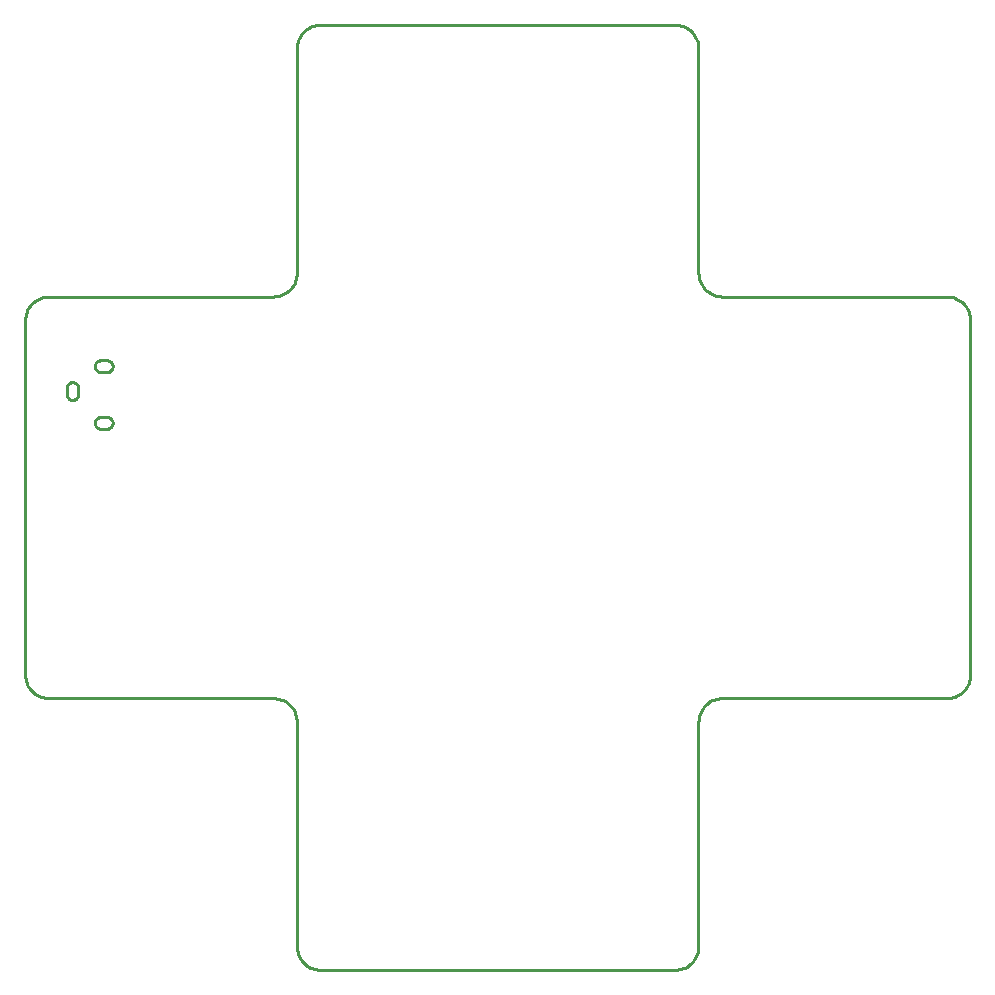
<source format=gbr>
G04 EAGLE Gerber RS-274X export*
G75*
%MOMM*%
%FSLAX44Y44*%
%LPD*%
%IN*%
%IPPOS*%
%AMOC8*
5,1,8,0,0,1.08239X$1,22.5*%
G01*
G04 Define Apertures*
%ADD10C,0.254000*%
D10*
X-30000Y220000D02*
X-29924Y218257D01*
X-29696Y216527D01*
X-29319Y214824D01*
X-28794Y213160D01*
X-28126Y211548D01*
X-27321Y210000D01*
X-26383Y208528D01*
X-25321Y207144D01*
X-24142Y205858D01*
X-22856Y204679D01*
X-21472Y203617D01*
X-20000Y202680D01*
X-18452Y201874D01*
X-16840Y201206D01*
X-15176Y200681D01*
X-13473Y200304D01*
X-11743Y200076D01*
X-10000Y200000D01*
X180000Y200000D01*
X181743Y199924D01*
X183473Y199696D01*
X185176Y199319D01*
X186840Y198794D01*
X188452Y198126D01*
X190000Y197321D01*
X191472Y196383D01*
X192856Y195321D01*
X194142Y194142D01*
X195321Y192856D01*
X196383Y191472D01*
X197321Y190000D01*
X198126Y188452D01*
X198794Y186840D01*
X199319Y185176D01*
X199696Y183473D01*
X199924Y181743D01*
X200000Y180000D01*
X200000Y-10000D01*
X200076Y-11743D01*
X200304Y-13473D01*
X200681Y-15176D01*
X201206Y-16840D01*
X201874Y-18452D01*
X202680Y-20000D01*
X203617Y-21472D01*
X204679Y-22856D01*
X205858Y-24142D01*
X207144Y-25321D01*
X208528Y-26383D01*
X210000Y-27321D01*
X211548Y-28126D01*
X213160Y-28794D01*
X214824Y-29319D01*
X216527Y-29696D01*
X218257Y-29924D01*
X220000Y-30000D01*
X520000Y-30000D01*
X521743Y-29924D01*
X523473Y-29696D01*
X525176Y-29319D01*
X526840Y-28794D01*
X528452Y-28126D01*
X530000Y-27321D01*
X531472Y-26383D01*
X532856Y-25321D01*
X534142Y-24142D01*
X535321Y-22856D01*
X536383Y-21472D01*
X537321Y-20000D01*
X538126Y-18452D01*
X538794Y-16840D01*
X539319Y-15176D01*
X539696Y-13473D01*
X539924Y-11743D01*
X540000Y-10000D01*
X540000Y180000D01*
X540076Y181743D01*
X540304Y183473D01*
X540681Y185176D01*
X541206Y186840D01*
X541874Y188452D01*
X542680Y190000D01*
X543617Y191472D01*
X544679Y192856D01*
X545858Y194142D01*
X547144Y195321D01*
X548528Y196383D01*
X550000Y197321D01*
X551548Y198126D01*
X553160Y198794D01*
X554824Y199319D01*
X556527Y199696D01*
X558257Y199924D01*
X560000Y200000D01*
X750000Y200000D01*
X751743Y200076D01*
X753473Y200304D01*
X755176Y200681D01*
X756840Y201206D01*
X758452Y201874D01*
X760000Y202680D01*
X761472Y203617D01*
X762856Y204679D01*
X764142Y205858D01*
X765321Y207144D01*
X766383Y208528D01*
X767321Y210000D01*
X768126Y211548D01*
X768794Y213160D01*
X769319Y214824D01*
X769696Y216527D01*
X769924Y218257D01*
X770000Y220000D01*
X770000Y520000D01*
X769924Y521743D01*
X769696Y523473D01*
X769319Y525176D01*
X768794Y526840D01*
X768126Y528452D01*
X767321Y530000D01*
X766383Y531472D01*
X765321Y532856D01*
X764142Y534142D01*
X762856Y535321D01*
X761472Y536383D01*
X760000Y537321D01*
X758452Y538126D01*
X756840Y538794D01*
X755176Y539319D01*
X753473Y539696D01*
X751743Y539924D01*
X750000Y540000D01*
X560000Y540000D01*
X558257Y540076D01*
X556527Y540304D01*
X554824Y540681D01*
X553160Y541206D01*
X551548Y541874D01*
X550000Y542680D01*
X548528Y543617D01*
X547144Y544679D01*
X545858Y545858D01*
X544679Y547144D01*
X543617Y548528D01*
X542680Y550000D01*
X541874Y551548D01*
X541206Y553160D01*
X540681Y554824D01*
X540304Y556527D01*
X540076Y558257D01*
X540000Y560000D01*
X540000Y750000D01*
X539924Y751743D01*
X539696Y753473D01*
X539319Y755176D01*
X538794Y756840D01*
X538126Y758452D01*
X537321Y760000D01*
X536383Y761472D01*
X535321Y762856D01*
X534142Y764142D01*
X532856Y765321D01*
X531472Y766383D01*
X530000Y767321D01*
X528452Y768126D01*
X526840Y768794D01*
X525176Y769319D01*
X523473Y769696D01*
X521743Y769924D01*
X520000Y770000D01*
X220000Y770000D01*
X218257Y769924D01*
X216527Y769696D01*
X214824Y769319D01*
X213160Y768794D01*
X211548Y768126D01*
X210000Y767321D01*
X208528Y766383D01*
X207144Y765321D01*
X205858Y764142D01*
X204679Y762856D01*
X203617Y761472D01*
X202680Y760000D01*
X201874Y758452D01*
X201206Y756840D01*
X200681Y755176D01*
X200304Y753473D01*
X200076Y751743D01*
X200000Y750000D01*
X200000Y560000D01*
X199924Y558257D01*
X199696Y556527D01*
X199319Y554824D01*
X198794Y553160D01*
X198126Y551548D01*
X197321Y550000D01*
X196383Y548528D01*
X195321Y547144D01*
X194142Y545858D01*
X192856Y544679D01*
X191472Y543617D01*
X190000Y542680D01*
X188452Y541874D01*
X186840Y541206D01*
X185176Y540681D01*
X183473Y540304D01*
X181743Y540076D01*
X180000Y540000D01*
X-10000Y540000D01*
X-11743Y539924D01*
X-13473Y539696D01*
X-15176Y539319D01*
X-16840Y538794D01*
X-18452Y538126D01*
X-20000Y537321D01*
X-21472Y536383D01*
X-22856Y535321D01*
X-24142Y534142D01*
X-25321Y532856D01*
X-26383Y531472D01*
X-27321Y530000D01*
X-28126Y528452D01*
X-28794Y526840D01*
X-29319Y525176D01*
X-29696Y523473D01*
X-29924Y521743D01*
X-30000Y520000D01*
X-30000Y220000D01*
X29000Y433000D02*
X29019Y432564D01*
X29076Y432132D01*
X29170Y431706D01*
X29302Y431290D01*
X29468Y430887D01*
X29670Y430500D01*
X29904Y430132D01*
X30170Y429786D01*
X30464Y429464D01*
X30786Y429170D01*
X31132Y428904D01*
X31500Y428670D01*
X31887Y428468D01*
X32290Y428302D01*
X32706Y428170D01*
X33132Y428076D01*
X33564Y428019D01*
X34000Y428000D01*
X39000Y428000D01*
X39436Y428019D01*
X39868Y428076D01*
X40294Y428170D01*
X40710Y428302D01*
X41113Y428468D01*
X41500Y428670D01*
X41868Y428904D01*
X42214Y429170D01*
X42536Y429464D01*
X42830Y429786D01*
X43096Y430132D01*
X43330Y430500D01*
X43532Y430887D01*
X43698Y431290D01*
X43830Y431706D01*
X43924Y432132D01*
X43981Y432564D01*
X44000Y433000D01*
X43981Y433436D01*
X43924Y433868D01*
X43830Y434294D01*
X43698Y434710D01*
X43532Y435113D01*
X43330Y435500D01*
X43096Y435868D01*
X42830Y436214D01*
X42536Y436536D01*
X42214Y436830D01*
X41868Y437096D01*
X41500Y437330D01*
X41113Y437532D01*
X40710Y437698D01*
X40294Y437830D01*
X39868Y437924D01*
X39436Y437981D01*
X39000Y438000D01*
X34000Y438000D01*
X33564Y437981D01*
X33132Y437924D01*
X32706Y437830D01*
X32290Y437698D01*
X31887Y437532D01*
X31500Y437330D01*
X31132Y437096D01*
X30786Y436830D01*
X30464Y436536D01*
X30170Y436214D01*
X29904Y435868D01*
X29670Y435500D01*
X29468Y435113D01*
X29302Y434710D01*
X29170Y434294D01*
X29076Y433868D01*
X29019Y433436D01*
X29000Y433000D01*
X5000Y457500D02*
X5019Y457064D01*
X5076Y456632D01*
X5170Y456206D01*
X5302Y455790D01*
X5468Y455387D01*
X5670Y455000D01*
X5904Y454632D01*
X6170Y454286D01*
X6464Y453964D01*
X6786Y453670D01*
X7132Y453404D01*
X7500Y453170D01*
X7887Y452968D01*
X8290Y452802D01*
X8706Y452670D01*
X9132Y452576D01*
X9564Y452519D01*
X10000Y452500D01*
X10436Y452519D01*
X10868Y452576D01*
X11294Y452670D01*
X11710Y452802D01*
X12113Y452968D01*
X12500Y453170D01*
X12868Y453404D01*
X13214Y453670D01*
X13536Y453964D01*
X13830Y454286D01*
X14096Y454632D01*
X14330Y455000D01*
X14532Y455387D01*
X14698Y455790D01*
X14830Y456206D01*
X14924Y456632D01*
X14981Y457064D01*
X15000Y457500D01*
X15000Y462500D01*
X14981Y462936D01*
X14924Y463368D01*
X14830Y463794D01*
X14698Y464210D01*
X14532Y464613D01*
X14330Y465000D01*
X14096Y465368D01*
X13830Y465714D01*
X13536Y466036D01*
X13214Y466330D01*
X12868Y466596D01*
X12500Y466830D01*
X12113Y467032D01*
X11710Y467198D01*
X11294Y467330D01*
X10868Y467424D01*
X10436Y467481D01*
X10000Y467500D01*
X9564Y467481D01*
X9132Y467424D01*
X8706Y467330D01*
X8290Y467198D01*
X7887Y467032D01*
X7500Y466830D01*
X7132Y466596D01*
X6786Y466330D01*
X6464Y466036D01*
X6170Y465714D01*
X5904Y465368D01*
X5670Y465000D01*
X5468Y464613D01*
X5302Y464210D01*
X5170Y463794D01*
X5076Y463368D01*
X5019Y462936D01*
X5000Y462500D01*
X5000Y457500D01*
X29000Y481000D02*
X29019Y480564D01*
X29076Y480132D01*
X29170Y479706D01*
X29302Y479290D01*
X29468Y478887D01*
X29670Y478500D01*
X29904Y478132D01*
X30170Y477786D01*
X30464Y477464D01*
X30786Y477170D01*
X31132Y476904D01*
X31500Y476670D01*
X31887Y476468D01*
X32290Y476302D01*
X32706Y476170D01*
X33132Y476076D01*
X33564Y476019D01*
X34000Y476000D01*
X39000Y476000D01*
X39436Y476019D01*
X39868Y476076D01*
X40294Y476170D01*
X40710Y476302D01*
X41113Y476468D01*
X41500Y476670D01*
X41868Y476904D01*
X42214Y477170D01*
X42536Y477464D01*
X42830Y477786D01*
X43096Y478132D01*
X43330Y478500D01*
X43532Y478887D01*
X43698Y479290D01*
X43830Y479706D01*
X43924Y480132D01*
X43981Y480564D01*
X44000Y481000D01*
X43981Y481436D01*
X43924Y481868D01*
X43830Y482294D01*
X43698Y482710D01*
X43532Y483113D01*
X43330Y483500D01*
X43096Y483868D01*
X42830Y484214D01*
X42536Y484536D01*
X42214Y484830D01*
X41868Y485096D01*
X41500Y485330D01*
X41113Y485532D01*
X40710Y485698D01*
X40294Y485830D01*
X39868Y485924D01*
X39436Y485981D01*
X39000Y486000D01*
X34000Y486000D01*
X33564Y485981D01*
X33132Y485924D01*
X32706Y485830D01*
X32290Y485698D01*
X31887Y485532D01*
X31500Y485330D01*
X31132Y485096D01*
X30786Y484830D01*
X30464Y484536D01*
X30170Y484214D01*
X29904Y483868D01*
X29670Y483500D01*
X29468Y483113D01*
X29302Y482710D01*
X29170Y482294D01*
X29076Y481868D01*
X29019Y481436D01*
X29000Y481000D01*
M02*

</source>
